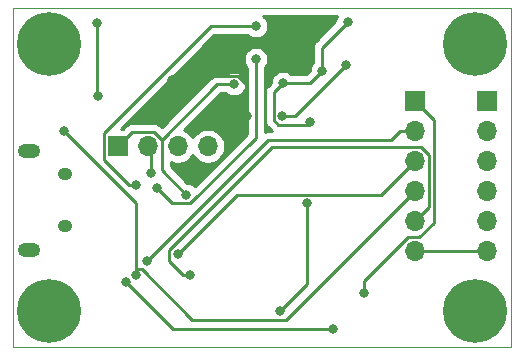
<source format=gbr>
G04 #@! TF.GenerationSoftware,KiCad,Pcbnew,5.1.9+dfsg1-1*
G04 #@! TF.CreationDate,2021-07-15T21:40:15-06:00*
G04 #@! TF.ProjectId,ESP_Programmer,4553505f-5072-46f6-9772-616d6d65722e,rev?*
G04 #@! TF.SameCoordinates,Original*
G04 #@! TF.FileFunction,Copper,L2,Bot*
G04 #@! TF.FilePolarity,Positive*
%FSLAX46Y46*%
G04 Gerber Fmt 4.6, Leading zero omitted, Abs format (unit mm)*
G04 Created by KiCad (PCBNEW 5.1.9+dfsg1-1) date 2021-07-15 21:40:15*
%MOMM*%
%LPD*%
G01*
G04 APERTURE LIST*
G04 #@! TA.AperFunction,Profile*
%ADD10C,0.050000*%
G04 #@! TD*
G04 #@! TA.AperFunction,ComponentPad*
%ADD11O,1.700000X1.700000*%
G04 #@! TD*
G04 #@! TA.AperFunction,ComponentPad*
%ADD12R,1.700000X1.700000*%
G04 #@! TD*
G04 #@! TA.AperFunction,ComponentPad*
%ADD13O,1.250000X1.050000*%
G04 #@! TD*
G04 #@! TA.AperFunction,ComponentPad*
%ADD14O,1.900000X1.200000*%
G04 #@! TD*
G04 #@! TA.AperFunction,ComponentPad*
%ADD15C,5.400000*%
G04 #@! TD*
G04 #@! TA.AperFunction,ViaPad*
%ADD16C,0.800000*%
G04 #@! TD*
G04 #@! TA.AperFunction,Conductor*
%ADD17C,0.250000*%
G04 #@! TD*
G04 #@! TA.AperFunction,Conductor*
%ADD18C,0.254000*%
G04 #@! TD*
G04 #@! TA.AperFunction,Conductor*
%ADD19C,0.350000*%
G04 #@! TD*
G04 APERTURE END LIST*
D10*
X184658000Y-116840000D02*
X195580000Y-116840000D01*
X184658000Y-88138000D02*
X184658000Y-116840000D01*
X184912000Y-88138000D02*
X184658000Y-88138000D01*
X226822000Y-88138000D02*
X184912000Y-88138000D01*
X226822000Y-116840000D02*
X226822000Y-88138000D01*
X226568000Y-116840000D02*
X226822000Y-116840000D01*
X195580000Y-116840000D02*
X226568000Y-116840000D01*
D11*
G04 #@! TO.P,J4,6*
G04 #@! TO.N,GND*
X224790000Y-108712000D03*
G04 #@! TO.P,J4,5*
G04 #@! TO.N,GPIO0*
X224790000Y-106172000D03*
G04 #@! TO.P,J4,4*
G04 #@! TO.N,PWR_IO*
X224790000Y-103632000D03*
G04 #@! TO.P,J4,3*
G04 #@! TO.N,TXO*
X224790000Y-101092000D03*
G04 #@! TO.P,J4,2*
G04 #@! TO.N,RXI*
X224790000Y-98552000D03*
D12*
G04 #@! TO.P,J4,1*
G04 #@! TO.N,RST*
X224790000Y-96012000D03*
G04 #@! TD*
D11*
G04 #@! TO.P,J3,6*
G04 #@! TO.N,GND*
X218694000Y-108712000D03*
G04 #@! TO.P,J3,5*
G04 #@! TO.N,CTS*
X218694000Y-106172000D03*
G04 #@! TO.P,J3,4*
G04 #@! TO.N,PWR_IO*
X218694000Y-103632000D03*
G04 #@! TO.P,J3,3*
G04 #@! TO.N,TXO*
X218694000Y-101092000D03*
G04 #@! TO.P,J3,2*
G04 #@! TO.N,RXI*
X218694000Y-98552000D03*
D12*
G04 #@! TO.P,J3,1*
G04 #@! TO.N,DTR*
X218694000Y-96012000D03*
G04 #@! TD*
D11*
G04 #@! TO.P,J2,4*
G04 #@! TO.N,GND*
X201168000Y-99822000D03*
G04 #@! TO.P,J2,3*
G04 #@! TO.N,D+*
X198628000Y-99822000D03*
G04 #@! TO.P,J2,2*
G04 #@! TO.N,D-*
X196088000Y-99822000D03*
D12*
G04 #@! TO.P,J2,1*
G04 #@! TO.N,+5V*
X193548000Y-99822000D03*
G04 #@! TD*
D13*
G04 #@! TO.P,J1,SH*
G04 #@! TO.N,N/C*
X189047000Y-102169000D03*
D14*
X186047000Y-100219000D03*
X186047000Y-108569000D03*
D13*
X189047000Y-106619000D03*
G04 #@! TD*
D15*
G04 #@! TO.P,H4,1*
G04 #@! TO.N,GND*
X187706000Y-113792000D03*
G04 #@! TD*
G04 #@! TO.P,H3,1*
G04 #@! TO.N,GND*
X223774000Y-113792000D03*
G04 #@! TD*
G04 #@! TO.P,H2,1*
G04 #@! TO.N,GND*
X187706000Y-91186000D03*
G04 #@! TD*
G04 #@! TO.P,H1,1*
G04 #@! TO.N,GND*
X223774000Y-91186000D03*
G04 #@! TD*
D16*
G04 #@! TO.N,GND*
X207518000Y-94488000D03*
X210820000Y-93472000D03*
X213003999Y-89285999D03*
X209804000Y-97790000D03*
G04 #@! TO.N,+5V*
X199344347Y-103931653D03*
X203370095Y-94571905D03*
G04 #@! TO.N,+3V3*
X198156500Y-94234000D03*
X204506500Y-97282000D03*
G04 #@! TO.N,RST*
X207264000Y-113792000D03*
X209586500Y-104648000D03*
X212852000Y-92964000D03*
X207481500Y-97282000D03*
G04 #@! TO.N,GPIO0*
X191770000Y-89408000D03*
X191902004Y-95605996D03*
G04 #@! TO.N,RXLED*
X205232000Y-92456000D03*
X196850000Y-103378000D03*
G04 #@! TO.N,TXLED*
X195072000Y-103124000D03*
X205268500Y-89662000D03*
G04 #@! TO.N,D-*
X196342000Y-102108000D03*
G04 #@! TO.N,CTS*
X199644000Y-110744000D03*
G04 #@! TO.N,PWR_IO*
X188976000Y-98552000D03*
X195072000Y-110744000D03*
G04 #@! TO.N,TXO*
X198628000Y-108966000D03*
G04 #@! TO.N,RXI*
X195994154Y-109567846D03*
G04 #@! TO.N,DTR*
X214412500Y-112268000D03*
G04 #@! TO.N,RTS*
X194239949Y-111298701D03*
X211799500Y-115316000D03*
G04 #@! TD*
D17*
G04 #@! TO.N,GND*
X218694000Y-108712000D02*
X224790000Y-108712000D01*
X207518000Y-94488000D02*
X209804000Y-94488000D01*
X209804000Y-94488000D02*
X210820000Y-93472000D01*
X210820000Y-91469998D02*
X213003999Y-89285999D01*
X210820000Y-93472000D02*
X210820000Y-91469998D01*
X209586999Y-98007001D02*
X209804000Y-97790000D01*
X207133499Y-98007001D02*
X209586999Y-98007001D01*
X206756499Y-97630001D02*
X207133499Y-98007001D01*
X206756499Y-95249501D02*
X206756499Y-97630001D01*
X207518000Y-94488000D02*
X206756499Y-95249501D01*
G04 #@! TO.N,+5V*
X196652001Y-98646999D02*
X197263001Y-99257999D01*
X194723001Y-98646999D02*
X196652001Y-98646999D01*
X197263001Y-101850307D02*
X199344347Y-103931653D01*
X197263001Y-99257999D02*
X197263001Y-101850307D01*
X193548000Y-99822000D02*
X194723001Y-98646999D01*
X201949095Y-94571905D02*
X203370095Y-94571905D01*
X197263001Y-99257999D02*
X201949095Y-94571905D01*
G04 #@! TO.N,+3V3*
X204506500Y-94635308D02*
X204506500Y-97282000D01*
X203718096Y-93846904D02*
X204506500Y-94635308D01*
X198543596Y-93846904D02*
X203718096Y-93846904D01*
X198156500Y-94234000D02*
X198543596Y-93846904D01*
G04 #@! TO.N,RST*
X209586500Y-111469500D02*
X209586500Y-104648000D01*
X207264000Y-113792000D02*
X209586500Y-111469500D01*
X208534000Y-97282000D02*
X207481500Y-97282000D01*
X212852000Y-92964000D02*
X208534000Y-97282000D01*
G04 #@! TO.N,GPIO0*
X191770000Y-95473992D02*
X191902004Y-95605996D01*
X191770000Y-89408000D02*
X191770000Y-95473992D01*
G04 #@! TO.N,RXLED*
X198128654Y-104656654D02*
X196850000Y-103378000D01*
X199692348Y-104656654D02*
X198128654Y-104656654D01*
X205232000Y-99117002D02*
X199692348Y-104656654D01*
X205232000Y-92456000D02*
X205232000Y-99117002D01*
G04 #@! TO.N,TXLED*
X201422998Y-89662000D02*
X205268500Y-89662000D01*
X192372999Y-100990684D02*
X192372999Y-98711999D01*
X194506315Y-103124000D02*
X192372999Y-100990684D01*
X192372999Y-98711999D02*
X201422998Y-89662000D01*
X195072000Y-103124000D02*
X194506315Y-103124000D01*
G04 #@! TO.N,D-*
X196342000Y-100076000D02*
X196088000Y-99822000D01*
X196342000Y-102108000D02*
X196342000Y-100076000D01*
G04 #@! TO.N,CTS*
X219869001Y-100527999D02*
X219869001Y-104996999D01*
X219258001Y-99916999D02*
X219869001Y-100527999D01*
X206603999Y-99916999D02*
X219258001Y-99916999D01*
X219869001Y-104996999D02*
X218694000Y-106172000D01*
X197902999Y-108617999D02*
X206603999Y-99916999D01*
X197902999Y-109568684D02*
X197902999Y-108617999D01*
X199078315Y-110744000D02*
X197902999Y-109568684D01*
X199644000Y-110744000D02*
X199078315Y-110744000D01*
G04 #@! TO.N,PWR_IO*
X188976000Y-98552000D02*
X195072000Y-104648000D01*
X207808999Y-114517001D02*
X218694000Y-103632000D01*
X195072000Y-110236000D02*
X195589306Y-110236000D01*
X199870307Y-114517001D02*
X207808999Y-114517001D01*
X195589306Y-110236000D02*
X199870307Y-114517001D01*
X195072000Y-104648000D02*
X195072000Y-110236000D01*
X195072000Y-110236000D02*
X195072000Y-110744000D01*
G04 #@! TO.N,TXO*
X203671001Y-103922999D02*
X215863001Y-103922999D01*
X215863001Y-103922999D02*
X218694000Y-101092000D01*
X198628000Y-108966000D02*
X203671001Y-103922999D01*
G04 #@! TO.N,RXI*
X218694000Y-98552000D02*
X217424000Y-98552000D01*
X217424000Y-98552000D02*
X216662000Y-99314000D01*
X206248000Y-99314000D02*
X195994154Y-109567846D01*
X216662000Y-99314000D02*
X206248000Y-99314000D01*
G04 #@! TO.N,DTR*
X214412500Y-111254498D02*
X214412500Y-112268000D01*
X219068003Y-107536999D02*
X218129999Y-107536999D01*
X220319010Y-106285992D02*
X219068003Y-107536999D01*
X220319010Y-97637010D02*
X220319010Y-106285992D01*
X218129999Y-107536999D02*
X214412500Y-111254498D01*
X218694000Y-96012000D02*
X220319010Y-97637010D01*
G04 #@! TO.N,RTS*
X198257248Y-115316000D02*
X211799500Y-115316000D01*
X194239949Y-111298701D02*
X198257248Y-115316000D01*
G04 #@! TD*
D18*
G04 #@! TO.N,+3V3*
X212008773Y-88984101D02*
X211968999Y-89184060D01*
X211968999Y-89246197D01*
X210308998Y-90906199D01*
X210280000Y-90929997D01*
X210256202Y-90958995D01*
X210256201Y-90958996D01*
X210185026Y-91045722D01*
X210114454Y-91177752D01*
X210070998Y-91321013D01*
X210056324Y-91469998D01*
X210060001Y-91507330D01*
X210060000Y-92768289D01*
X210016063Y-92812226D01*
X209902795Y-92981744D01*
X209824774Y-93170102D01*
X209785000Y-93370061D01*
X209785000Y-93432198D01*
X209489199Y-93728000D01*
X208221711Y-93728000D01*
X208177774Y-93684063D01*
X208008256Y-93570795D01*
X207819898Y-93492774D01*
X207619939Y-93453000D01*
X207416061Y-93453000D01*
X207216102Y-93492774D01*
X207027744Y-93570795D01*
X206858226Y-93684063D01*
X206714063Y-93828226D01*
X206600795Y-93997744D01*
X206522774Y-94186102D01*
X206483000Y-94386061D01*
X206483000Y-94448199D01*
X206245501Y-94685698D01*
X206216498Y-94709500D01*
X206168123Y-94768446D01*
X206121525Y-94825225D01*
X206072032Y-94917820D01*
X206050953Y-94957255D01*
X206007496Y-95100516D01*
X205996499Y-95212169D01*
X205996499Y-95212179D01*
X205992823Y-95249501D01*
X205996499Y-95286824D01*
X205996500Y-97592669D01*
X205992823Y-97630001D01*
X205996500Y-97667334D01*
X206007497Y-97778987D01*
X206014780Y-97802997D01*
X206050953Y-97922247D01*
X206121525Y-98054277D01*
X206174513Y-98118842D01*
X206216499Y-98170002D01*
X206245497Y-98193800D01*
X206569695Y-98517998D01*
X206593498Y-98547002D01*
X206602025Y-98554000D01*
X206285322Y-98554000D01*
X206247999Y-98550324D01*
X206210676Y-98554000D01*
X206210667Y-98554000D01*
X206099014Y-98564997D01*
X205992000Y-98597459D01*
X205992000Y-93159711D01*
X206035937Y-93115774D01*
X206149205Y-92946256D01*
X206227226Y-92757898D01*
X206267000Y-92557939D01*
X206267000Y-92354061D01*
X206227226Y-92154102D01*
X206149205Y-91965744D01*
X206035937Y-91796226D01*
X205891774Y-91652063D01*
X205722256Y-91538795D01*
X205533898Y-91460774D01*
X205333939Y-91421000D01*
X205130061Y-91421000D01*
X204930102Y-91460774D01*
X204741744Y-91538795D01*
X204572226Y-91652063D01*
X204428063Y-91796226D01*
X204314795Y-91965744D01*
X204236774Y-92154102D01*
X204197000Y-92354061D01*
X204197000Y-92557939D01*
X204236774Y-92757898D01*
X204314795Y-92946256D01*
X204428063Y-93115774D01*
X204472000Y-93159711D01*
X204472001Y-98802199D01*
X200075303Y-103198898D01*
X200004121Y-103127716D01*
X199834603Y-103014448D01*
X199646245Y-102936427D01*
X199446286Y-102896653D01*
X199384149Y-102896653D01*
X198023001Y-101535506D01*
X198023001Y-101178753D01*
X198194842Y-101249932D01*
X198481740Y-101307000D01*
X198774260Y-101307000D01*
X199061158Y-101249932D01*
X199331411Y-101137990D01*
X199574632Y-100975475D01*
X199781475Y-100768632D01*
X199898000Y-100594240D01*
X200014525Y-100768632D01*
X200221368Y-100975475D01*
X200464589Y-101137990D01*
X200734842Y-101249932D01*
X201021740Y-101307000D01*
X201314260Y-101307000D01*
X201601158Y-101249932D01*
X201871411Y-101137990D01*
X202114632Y-100975475D01*
X202321475Y-100768632D01*
X202483990Y-100525411D01*
X202595932Y-100255158D01*
X202653000Y-99968260D01*
X202653000Y-99675740D01*
X202595932Y-99388842D01*
X202483990Y-99118589D01*
X202321475Y-98875368D01*
X202114632Y-98668525D01*
X201871411Y-98506010D01*
X201601158Y-98394068D01*
X201314260Y-98337000D01*
X201021740Y-98337000D01*
X200734842Y-98394068D01*
X200464589Y-98506010D01*
X200221368Y-98668525D01*
X200014525Y-98875368D01*
X199898000Y-99049760D01*
X199781475Y-98875368D01*
X199574632Y-98668525D01*
X199331411Y-98506010D01*
X199160560Y-98435241D01*
X202263897Y-95331905D01*
X202666384Y-95331905D01*
X202710321Y-95375842D01*
X202879839Y-95489110D01*
X203068197Y-95567131D01*
X203268156Y-95606905D01*
X203472034Y-95606905D01*
X203671993Y-95567131D01*
X203860351Y-95489110D01*
X204029869Y-95375842D01*
X204174032Y-95231679D01*
X204287300Y-95062161D01*
X204365321Y-94873803D01*
X204405095Y-94673844D01*
X204405095Y-94469966D01*
X204365321Y-94270007D01*
X204287300Y-94081649D01*
X204174032Y-93912131D01*
X204029869Y-93767968D01*
X203860351Y-93654700D01*
X203671993Y-93576679D01*
X203472034Y-93536905D01*
X203268156Y-93536905D01*
X203068197Y-93576679D01*
X202879839Y-93654700D01*
X202710321Y-93767968D01*
X202666384Y-93811905D01*
X201986420Y-93811905D01*
X201949095Y-93808229D01*
X201911770Y-93811905D01*
X201911762Y-93811905D01*
X201800109Y-93822902D01*
X201656848Y-93866359D01*
X201524819Y-93936931D01*
X201409094Y-94031904D01*
X201385296Y-94060902D01*
X197263001Y-98183198D01*
X197215804Y-98136001D01*
X197192002Y-98106998D01*
X197076277Y-98012025D01*
X196944248Y-97941453D01*
X196800987Y-97897996D01*
X196689334Y-97886999D01*
X196689323Y-97886999D01*
X196652001Y-97883323D01*
X196614679Y-97886999D01*
X194760323Y-97886999D01*
X194723000Y-97883323D01*
X194685677Y-97886999D01*
X194685668Y-97886999D01*
X194574015Y-97897996D01*
X194430754Y-97941453D01*
X194298725Y-98012025D01*
X194183000Y-98106998D01*
X194159202Y-98135996D01*
X193961270Y-98333928D01*
X193825871Y-98333928D01*
X201737800Y-90422000D01*
X204564789Y-90422000D01*
X204608726Y-90465937D01*
X204778244Y-90579205D01*
X204966602Y-90657226D01*
X205166561Y-90697000D01*
X205370439Y-90697000D01*
X205570398Y-90657226D01*
X205758756Y-90579205D01*
X205928274Y-90465937D01*
X206072437Y-90321774D01*
X206185705Y-90152256D01*
X206263726Y-89963898D01*
X206303500Y-89763939D01*
X206303500Y-89560061D01*
X206263726Y-89360102D01*
X206185705Y-89171744D01*
X206072437Y-89002226D01*
X205928274Y-88858063D01*
X205838383Y-88798000D01*
X212085859Y-88798000D01*
X212008773Y-88984101D01*
G04 #@! TA.AperFunction,Conductor*
D19*
G36*
X212008773Y-88984101D02*
G01*
X211968999Y-89184060D01*
X211968999Y-89246197D01*
X210308998Y-90906199D01*
X210280000Y-90929997D01*
X210256202Y-90958995D01*
X210256201Y-90958996D01*
X210185026Y-91045722D01*
X210114454Y-91177752D01*
X210070998Y-91321013D01*
X210056324Y-91469998D01*
X210060001Y-91507330D01*
X210060000Y-92768289D01*
X210016063Y-92812226D01*
X209902795Y-92981744D01*
X209824774Y-93170102D01*
X209785000Y-93370061D01*
X209785000Y-93432198D01*
X209489199Y-93728000D01*
X208221711Y-93728000D01*
X208177774Y-93684063D01*
X208008256Y-93570795D01*
X207819898Y-93492774D01*
X207619939Y-93453000D01*
X207416061Y-93453000D01*
X207216102Y-93492774D01*
X207027744Y-93570795D01*
X206858226Y-93684063D01*
X206714063Y-93828226D01*
X206600795Y-93997744D01*
X206522774Y-94186102D01*
X206483000Y-94386061D01*
X206483000Y-94448199D01*
X206245501Y-94685698D01*
X206216498Y-94709500D01*
X206168123Y-94768446D01*
X206121525Y-94825225D01*
X206072032Y-94917820D01*
X206050953Y-94957255D01*
X206007496Y-95100516D01*
X205996499Y-95212169D01*
X205996499Y-95212179D01*
X205992823Y-95249501D01*
X205996499Y-95286824D01*
X205996500Y-97592669D01*
X205992823Y-97630001D01*
X205996500Y-97667334D01*
X206007497Y-97778987D01*
X206014780Y-97802997D01*
X206050953Y-97922247D01*
X206121525Y-98054277D01*
X206174513Y-98118842D01*
X206216499Y-98170002D01*
X206245497Y-98193800D01*
X206569695Y-98517998D01*
X206593498Y-98547002D01*
X206602025Y-98554000D01*
X206285322Y-98554000D01*
X206247999Y-98550324D01*
X206210676Y-98554000D01*
X206210667Y-98554000D01*
X206099014Y-98564997D01*
X205992000Y-98597459D01*
X205992000Y-93159711D01*
X206035937Y-93115774D01*
X206149205Y-92946256D01*
X206227226Y-92757898D01*
X206267000Y-92557939D01*
X206267000Y-92354061D01*
X206227226Y-92154102D01*
X206149205Y-91965744D01*
X206035937Y-91796226D01*
X205891774Y-91652063D01*
X205722256Y-91538795D01*
X205533898Y-91460774D01*
X205333939Y-91421000D01*
X205130061Y-91421000D01*
X204930102Y-91460774D01*
X204741744Y-91538795D01*
X204572226Y-91652063D01*
X204428063Y-91796226D01*
X204314795Y-91965744D01*
X204236774Y-92154102D01*
X204197000Y-92354061D01*
X204197000Y-92557939D01*
X204236774Y-92757898D01*
X204314795Y-92946256D01*
X204428063Y-93115774D01*
X204472000Y-93159711D01*
X204472001Y-98802199D01*
X200075303Y-103198898D01*
X200004121Y-103127716D01*
X199834603Y-103014448D01*
X199646245Y-102936427D01*
X199446286Y-102896653D01*
X199384149Y-102896653D01*
X198023001Y-101535506D01*
X198023001Y-101178753D01*
X198194842Y-101249932D01*
X198481740Y-101307000D01*
X198774260Y-101307000D01*
X199061158Y-101249932D01*
X199331411Y-101137990D01*
X199574632Y-100975475D01*
X199781475Y-100768632D01*
X199898000Y-100594240D01*
X200014525Y-100768632D01*
X200221368Y-100975475D01*
X200464589Y-101137990D01*
X200734842Y-101249932D01*
X201021740Y-101307000D01*
X201314260Y-101307000D01*
X201601158Y-101249932D01*
X201871411Y-101137990D01*
X202114632Y-100975475D01*
X202321475Y-100768632D01*
X202483990Y-100525411D01*
X202595932Y-100255158D01*
X202653000Y-99968260D01*
X202653000Y-99675740D01*
X202595932Y-99388842D01*
X202483990Y-99118589D01*
X202321475Y-98875368D01*
X202114632Y-98668525D01*
X201871411Y-98506010D01*
X201601158Y-98394068D01*
X201314260Y-98337000D01*
X201021740Y-98337000D01*
X200734842Y-98394068D01*
X200464589Y-98506010D01*
X200221368Y-98668525D01*
X200014525Y-98875368D01*
X199898000Y-99049760D01*
X199781475Y-98875368D01*
X199574632Y-98668525D01*
X199331411Y-98506010D01*
X199160560Y-98435241D01*
X202263897Y-95331905D01*
X202666384Y-95331905D01*
X202710321Y-95375842D01*
X202879839Y-95489110D01*
X203068197Y-95567131D01*
X203268156Y-95606905D01*
X203472034Y-95606905D01*
X203671993Y-95567131D01*
X203860351Y-95489110D01*
X204029869Y-95375842D01*
X204174032Y-95231679D01*
X204287300Y-95062161D01*
X204365321Y-94873803D01*
X204405095Y-94673844D01*
X204405095Y-94469966D01*
X204365321Y-94270007D01*
X204287300Y-94081649D01*
X204174032Y-93912131D01*
X204029869Y-93767968D01*
X203860351Y-93654700D01*
X203671993Y-93576679D01*
X203472034Y-93536905D01*
X203268156Y-93536905D01*
X203068197Y-93576679D01*
X202879839Y-93654700D01*
X202710321Y-93767968D01*
X202666384Y-93811905D01*
X201986420Y-93811905D01*
X201949095Y-93808229D01*
X201911770Y-93811905D01*
X201911762Y-93811905D01*
X201800109Y-93822902D01*
X201656848Y-93866359D01*
X201524819Y-93936931D01*
X201409094Y-94031904D01*
X201385296Y-94060902D01*
X197263001Y-98183198D01*
X197215804Y-98136001D01*
X197192002Y-98106998D01*
X197076277Y-98012025D01*
X196944248Y-97941453D01*
X196800987Y-97897996D01*
X196689334Y-97886999D01*
X196689323Y-97886999D01*
X196652001Y-97883323D01*
X196614679Y-97886999D01*
X194760323Y-97886999D01*
X194723000Y-97883323D01*
X194685677Y-97886999D01*
X194685668Y-97886999D01*
X194574015Y-97897996D01*
X194430754Y-97941453D01*
X194298725Y-98012025D01*
X194183000Y-98106998D01*
X194159202Y-98135996D01*
X193961270Y-98333928D01*
X193825871Y-98333928D01*
X201737800Y-90422000D01*
X204564789Y-90422000D01*
X204608726Y-90465937D01*
X204778244Y-90579205D01*
X204966602Y-90657226D01*
X205166561Y-90697000D01*
X205370439Y-90697000D01*
X205570398Y-90657226D01*
X205758756Y-90579205D01*
X205928274Y-90465937D01*
X206072437Y-90321774D01*
X206185705Y-90152256D01*
X206263726Y-89963898D01*
X206303500Y-89763939D01*
X206303500Y-89560061D01*
X206263726Y-89360102D01*
X206185705Y-89171744D01*
X206072437Y-89002226D01*
X205928274Y-88858063D01*
X205838383Y-88798000D01*
X212085859Y-88798000D01*
X212008773Y-88984101D01*
G37*
G04 #@! TD.AperFunction*
G04 #@! TD*
M02*

</source>
